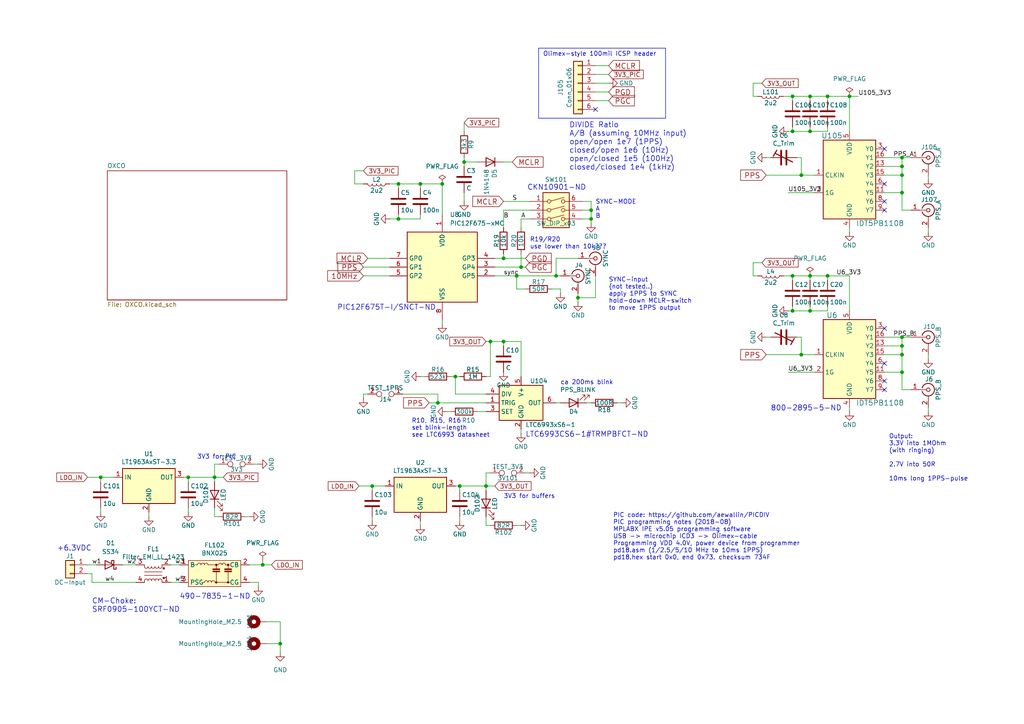
<source format=kicad_sch>
(kicad_sch (version 20231120) (generator "eeschema") (generator_version "8.0")
  (paper "A4")
  (title_block (title "PICDIV - PPS-board - v4 AF") (date "2024-11-19") (rev "2024-11") (company "anders.e.e.wallin \"at\" gmail.com") (comment 1 "2018-08-01 first proto-boards order") (comment 2 "2018-08 revision based on first protoboard, second protoboard run") (comment 3 "2019-01 version3 design, publish on github"))
  (junction (at 229.87 27.94))
  (junction (at 229.87 90.17))
  (junction (at 229.87 80.01))
  (junction (at 229.87 38.1))
  (junction (at 149.86 80.01))
  (junction (at 171.45 63.5))
  (junction (at 246.38 27.94))
  (junction (at 121.92 53.34))
  (junction (at 142.24 99.06))
  (junction (at 234.95 27.94))
  (junction (at 167.64 86.36))
  (junction (at 261.62 102.87))
  (junction (at 146.05 99.06))
  (junction (at 234.95 90.17))
  (junction (at 232.41 50.8))
  (junction (at 234.95 38.1))
  (junction (at 134.62 46.99))
  (junction (at 132.08 109.22))
  (junction (at 62.23 138.43))
  (junction (at 81.28 186.69))
  (junction (at 128.27 53.34))
  (junction (at 140.97 140.97))
  (junction (at 76.2 163.83))
  (junction (at 261.62 48.26))
  (junction (at 151.13 77.47))
  (junction (at 240.03 80.01))
  (junction (at 54.61 138.43))
  (junction (at 232.41 102.87))
  (junction (at 261.62 97.79))
  (junction (at 107.95 140.97))
  (junction (at 29.21 138.43))
  (junction (at 161.29 80.01))
  (junction (at 261.62 50.8))
  (junction (at 127 116.84))
  (junction (at 115.57 63.5))
  (junction (at 171.45 60.96))
  (junction (at 146.05 74.93))
  (junction (at 234.95 80.01))
  (junction (at 240.03 27.94))
  (junction (at 133.35 140.97))
  (junction (at 261.62 45.72))
  (junction (at 261.62 100.33))
  (junction (at 261.62 55.88))
  (junction (at 261.62 107.95))
  (junction (at 115.57 53.34))
  (no_connect (at 256.54 53.34))
  (no_connect (at 256.54 58.42))
  (no_connect (at 256.54 43.18))
  (no_connect (at 172.72 31.75))
  (no_connect (at 256.54 113.03))
  (no_connect (at 256.54 95.25))
  (no_connect (at 256.54 105.41))
  (no_connect (at 256.54 110.49))
  (no_connect (at 256.54 60.96))
  (wire (pts (xy 234.95 36.83) (xy 234.95 38.1)))
  (wire (pts (xy 161.29 80.01) (xy 149.86 80.01)))
  (wire (pts (xy 176.53 21.59) (xy 172.72 21.59)))
  (wire (pts (xy 81.28 180.34) (xy 81.28 186.69)))
  (wire (pts (xy 256.54 45.72) (xy 261.62 45.72)))
  (wire (pts (xy 76.2 163.83) (xy 78.74 163.83)))
  (wire (pts (xy 171.45 63.5) (xy 171.45 64.77)))
  (wire (pts (xy 151.13 125.73) (xy 151.13 124.46)))
  (wire (pts (xy 176.53 19.05) (xy 172.72 19.05)))
  (wire (pts (xy 240.03 90.17) (xy 240.03 88.9)))
  (polyline (pts (xy 156.21 13.97) (xy 193.04 13.97)))
  (wire (pts (xy 171.45 116.84) (xy 170.18 116.84)))
  (wire (pts (xy 140.97 99.06) (xy 142.24 99.06)))
  (wire (pts (xy 261.62 55.88) (xy 261.62 50.8)))
  (wire (pts (xy 148.59 46.99) (xy 146.05 46.99)))
  (wire (pts (xy 140.97 119.38) (xy 138.43 119.38)))
  (wire (pts (xy 33.02 138.43) (xy 29.21 138.43)))
  (wire (pts (xy 162.56 83.82) (xy 160.02 83.82)))
  (wire (pts (xy 261.62 60.96) (xy 261.62 55.88)))
  (wire (pts (xy 152.4 74.93) (xy 146.05 74.93)))
  (wire (pts (xy 151.13 109.22) (xy 151.13 99.06)))
  (wire (pts (xy 234.95 38.1) (xy 240.03 38.1)))
  (wire (pts (xy 261.62 45.72) (xy 264.16 45.72)))
  (wire (pts (xy 52.07 168.91) (xy 49.53 168.91)))
  (wire (pts (xy 264.16 60.96) (xy 261.62 60.96)))
  (wire (pts (xy 228.6 90.17) (xy 229.87 90.17)))
  (wire (pts (xy 246.38 119.38) (xy 246.38 118.11)))
  (wire (pts (xy 223.52 97.79) (xy 222.25 97.79)))
  (wire (pts (xy 39.37 163.83) (xy 35.56 163.83)))
  (wire (pts (xy 256.54 107.95) (xy 261.62 107.95)))
  (polyline (pts (xy 193.04 13.97) (xy 193.04 34.29)))
  (wire (pts (xy 25.4 163.83) (xy 27.94 163.83)))
  (wire (pts (xy 143.51 77.47) (xy 151.13 77.47)))
  (wire (pts (xy 261.62 107.95) (xy 261.62 102.87)))
  (wire (pts (xy 229.87 36.83) (xy 229.87 38.1)))
  (wire (pts (xy 246.38 80.01) (xy 240.03 80.01)))
  (wire (pts (xy 134.62 45.72) (xy 134.62 46.99)))
  (wire (pts (xy 128.27 93.98) (xy 128.27 92.71)))
  (wire (pts (xy 240.03 80.01) (xy 234.95 80.01)))
  (wire (pts (xy 140.97 140.97) (xy 140.97 142.24)))
  (wire (pts (xy 151.13 152.4) (xy 149.86 152.4)))
  (wire (pts (xy 113.03 77.47) (xy 105.41 77.47)))
  (wire (pts (xy 121.92 62.23) (xy 121.92 63.5)))
  (wire (pts (xy 168.91 58.42) (xy 171.45 58.42)))
  (wire (pts (xy 246.38 27.94) (xy 248.92 27.94)))
  (wire (pts (xy 246.38 27.94) (xy 240.03 27.94)))
  (wire (pts (xy 142.24 109.22) (xy 140.97 109.22)))
  (wire (pts (xy 138.43 46.99) (xy 134.62 46.99)))
  (wire (pts (xy 261.62 102.87) (xy 261.62 100.33)))
  (wire (pts (xy 26.67 166.37) (xy 25.4 166.37)))
  (wire (pts (xy 229.87 81.28) (xy 229.87 80.01)))
  (wire (pts (xy 229.87 90.17) (xy 234.95 90.17)))
  (wire (pts (xy 102.87 53.34) (xy 105.41 53.34)))
  (wire (pts (xy 140.97 116.84) (xy 127 116.84)))
  (wire (pts (xy 232.41 102.87) (xy 222.25 102.87)))
  (wire (pts (xy 231.14 45.72) (xy 232.41 45.72)))
  (wire (pts (xy 161.29 74.93) (xy 161.29 80.01)))
  (wire (pts (xy 72.39 168.91) (xy 74.93 168.91)))
  (wire (pts (xy 54.61 138.43) (xy 54.61 139.7)))
  (wire (pts (xy 54.61 138.43) (xy 62.23 138.43)))
  (wire (pts (xy 149.86 80.01) (xy 143.51 80.01)))
  (wire (pts (xy 72.39 149.86) (xy 71.12 149.86)))
  (wire (pts (xy 149.86 83.82) (xy 149.86 80.01)))
  (wire (pts (xy 142.24 99.06) (xy 146.05 99.06)))
  (wire (pts (xy 143.51 74.93) (xy 146.05 74.93)))
  (wire (pts (xy 151.13 99.06) (xy 146.05 99.06)))
  (wire (pts (xy 132.08 109.22) (xy 130.81 109.22)))
  (wire (pts (xy 232.41 50.8) (xy 222.25 50.8)))
  (wire (pts (xy 153.67 63.5) (xy 151.13 63.5)))
  (polyline (pts (xy 156.21 34.29) (xy 156.21 13.97)))
  (wire (pts (xy 142.24 99.06) (xy 142.24 109.22)))
  (wire (pts (xy 220.98 24.13) (xy 218.44 24.13)))
  (wire (pts (xy 113.03 74.93) (xy 106.68 74.93)))
  (wire (pts (xy 102.87 49.53) (xy 102.87 53.34)))
  (wire (pts (xy 261.62 100.33) (xy 261.62 97.79)))
  (wire (pts (xy 76.2 162.56) (xy 76.2 163.83)))
  (wire (pts (xy 140.97 137.16) (xy 140.97 140.97)))
  (wire (pts (xy 261.62 48.26) (xy 261.62 45.72)))
  (wire (pts (xy 256.54 50.8) (xy 261.62 50.8)))
  (wire (pts (xy 143.51 140.97) (xy 140.97 140.97)))
  (wire (pts (xy 229.87 88.9) (xy 229.87 90.17)))
  (wire (pts (xy 133.35 151.13) (xy 133.35 149.86)))
  (wire (pts (xy 121.92 63.5) (xy 115.57 63.5)))
  (wire (pts (xy 121.92 152.4) (xy 121.92 151.13)))
  (wire (pts (xy 105.41 114.3) (xy 105.41 115.57)))
  (wire (pts (xy 63.5 134.62) (xy 62.23 134.62)))
  (wire (pts (xy 127 114.3) (xy 127 116.84)))
  (wire (pts (xy 153.67 58.42) (xy 146.05 58.42)))
  (wire (pts (xy 146.05 74.93) (xy 146.05 73.66)))
  (wire (pts (xy 107.95 142.24) (xy 107.95 140.97)))
  (wire (pts (xy 264.16 113.03) (xy 261.62 113.03)))
  (wire (pts (xy 107.95 151.13) (xy 107.95 149.86)))
  (wire (pts (xy 26.67 168.91) (xy 26.67 166.37)))
  (wire (pts (xy 116.84 114.3) (xy 127 114.3)))
  (wire (pts (xy 73.66 134.62) (xy 74.93 134.62)))
  (wire (pts (xy 256.54 100.33) (xy 261.62 100.33)))
  (wire (pts (xy 246.38 67.31) (xy 246.38 66.04)))
  (wire (pts (xy 261.62 97.79) (xy 264.16 97.79)))
  (wire (pts (xy 256.54 97.79) (xy 261.62 97.79)))
  (wire (pts (xy 168.91 60.96) (xy 171.45 60.96)))
  (wire (pts (xy 77.47 186.69) (xy 81.28 186.69)))
  (wire (pts (xy 246.38 38.1) (xy 246.38 27.94)))
  (wire (pts (xy 167.64 86.36) (xy 167.64 87.63)))
  (wire (pts (xy 130.81 119.38) (xy 129.54 119.38)))
  (wire (pts (xy 229.87 38.1) (xy 234.95 38.1)))
  (wire (pts (xy 232.41 45.72) (xy 232.41 50.8)))
  (wire (pts (xy 133.35 140.97) (xy 140.97 140.97)))
  (wire (pts (xy 127 116.84) (xy 124.46 116.84)))
  (wire (pts (xy 234.95 88.9) (xy 234.95 90.17)))
  (wire (pts (xy 269.24 52.07) (xy 269.24 50.8)))
  (wire (pts (xy 234.95 81.28) (xy 234.95 80.01)))
  (wire (pts (xy 153.67 60.96) (xy 146.05 60.96)))
  (wire (pts (xy 269.24 104.14) (xy 269.24 102.87)))
  (wire (pts (xy 229.87 29.21) (xy 229.87 27.94)))
  (wire (pts (xy 240.03 27.94) (xy 234.95 27.94)))
  (wire (pts (xy 176.53 29.21) (xy 172.72 29.21)))
  (wire (pts (xy 234.95 27.94) (xy 229.87 27.94)))
  (wire (pts (xy 152.4 77.47) (xy 151.13 77.47)))
  (wire (pts (xy 232.41 97.79) (xy 232.41 102.87)))
  (wire (pts (xy 113.03 53.34) (xy 115.57 53.34)))
  (wire (pts (xy 146.05 60.96) (xy 146.05 66.04)))
  (wire (pts (xy 29.21 139.7) (xy 29.21 138.43)))
  (wire (pts (xy 132.08 140.97) (xy 133.35 140.97)))
  (wire (pts (xy 29.21 148.59) (xy 29.21 147.32)))
  (wire (pts (xy 228.6 38.1) (xy 229.87 38.1)))
  (wire (pts (xy 115.57 53.34) (xy 121.92 53.34)))
  (wire (pts (xy 256.54 48.26) (xy 261.62 48.26)))
  (wire (pts (xy 132.08 114.3) (xy 140.97 114.3)))
  (wire (pts (xy 220.98 76.2) (xy 218.44 76.2)))
  (wire (pts (xy 146.05 99.06) (xy 146.05 100.33)))
  (wire (pts (xy 151.13 63.5) (xy 151.13 66.04)))
  (wire (pts (xy 133.35 140.97) (xy 133.35 142.24)))
  (wire (pts (xy 64.77 138.43) (xy 62.23 138.43)))
  (wire (pts (xy 134.62 58.42) (xy 134.62 55.88)))
  (wire (pts (xy 223.52 45.72) (xy 222.25 45.72)))
  (wire (pts (xy 234.95 80.01) (xy 229.87 80.01)))
  (wire (pts (xy 218.44 76.2) (xy 218.44 80.01)))
  (wire (pts (xy 115.57 63.5) (xy 113.03 63.5)))
  (wire (pts (xy 234.95 29.21) (xy 234.95 27.94)))
  (wire (pts (xy 121.92 54.61) (xy 121.92 53.34)))
  (wire (pts (xy 29.21 138.43) (xy 25.4 138.43)))
  (wire (pts (xy 229.87 80.01) (xy 227.33 80.01)))
  (wire (pts (xy 128.27 53.34) (xy 128.27 62.23)))
  (wire (pts (xy 123.19 109.22) (xy 121.92 109.22)))
  (wire (pts (xy 62.23 138.43) (xy 62.23 139.7)))
  (wire (pts (xy 140.97 152.4) (xy 142.24 152.4)))
  (wire (pts (xy 62.23 149.86) (xy 63.5 149.86)))
  (wire (pts (xy 162.56 80.01) (xy 161.29 80.01)))
  (wire (pts (xy 151.13 77.47) (xy 151.13 73.66)))
  (wire (pts (xy 52.07 163.83) (xy 49.53 163.83)))
  (wire (pts (xy 39.37 168.91) (xy 26.67 168.91)))
  (wire (pts (xy 234.95 90.17) (xy 240.03 90.17)))
  (wire (pts (xy 219.71 27.94) (xy 218.44 27.94)))
  (wire (pts (xy 180.34 116.84) (xy 179.07 116.84)))
  (wire (pts (xy 140.97 149.86) (xy 140.97 152.4)))
  (wire (pts (xy 219.71 80.01) (xy 218.44 80.01)))
  (wire (pts (xy 132.08 109.22) (xy 132.08 114.3)))
  (wire (pts (xy 168.91 63.5) (xy 171.45 63.5)))
  (wire (pts (xy 152.4 83.82) (xy 149.86 83.82)))
  (wire (pts (xy 229.87 27.94) (xy 227.33 27.94)))
  (wire (pts (xy 115.57 54.61) (xy 115.57 53.34)))
  (wire (pts (xy 133.35 109.22) (xy 132.08 109.22)))
  (wire (pts (xy 269.24 67.31) (xy 269.24 66.04)))
  (wire (pts (xy 54.61 148.59) (xy 54.61 147.32)))
  (wire (pts (xy 134.62 46.99) (xy 134.62 48.26)))
  (wire (pts (xy 107.95 140.97) (xy 104.14 140.97)))
  (wire (pts (xy 113.03 80.01) (xy 105.41 80.01)))
  (wire (pts (xy 105.41 49.53) (xy 102.87 49.53)))
  (wire (pts (xy 72.39 163.83) (xy 76.2 163.83)))
  (wire (pts (xy 62.23 134.62) (xy 62.23 138.43)))
  (wire (pts (xy 231.14 97.79) (xy 232.41 97.79)))
  (wire (pts (xy 162.56 85.09) (xy 162.56 83.82)))
  (wire (pts (xy 236.22 102.87) (xy 232.41 102.87)))
  (wire (pts (xy 121.92 53.34) (xy 128.27 53.34)))
  (wire (pts (xy 167.64 85.09) (xy 167.64 86.36)))
  (wire (pts (xy 240.03 80.01) (xy 240.03 81.28)))
  (wire (pts (xy 134.62 38.1) (xy 134.62 35.56)))
  (wire (pts (xy 269.24 119.38) (xy 269.24 118.11)))
  (wire (pts (xy 77.47 180.34) (xy 81.28 180.34)))
  (wire (pts (xy 162.56 116.84) (xy 161.29 116.84)))
  (wire (pts (xy 256.54 55.88) (xy 261.62 55.88)))
  (wire (pts (xy 246.38 90.17) (xy 246.38 80.01)))
  (wire (pts (xy 62.23 147.32) (xy 62.23 149.86)))
  (wire (pts (xy 261.62 113.03) (xy 261.62 107.95)))
  (wire (pts (xy 152.4 137.16) (xy 153.67 137.16)))
  (wire (pts (xy 115.57 62.23) (xy 115.57 63.5)))
  (wire (pts (xy 161.29 74.93) (xy 167.64 74.93)))
  (wire (pts (xy 142.24 137.16) (xy 140.97 137.16)))
  (wire (pts (xy 236.22 50.8) (xy 232.41 50.8)))
  (wire (pts (xy 74.93 168.91) (xy 74.93 170.18)))
  (wire (pts (xy 53.34 138.43) (xy 54.61 138.43)))
  (wire (pts (xy 81.28 186.69) (xy 81.28 189.23)))
  (wire (pts (xy 176.53 26.67) (xy 172.72 26.67)))
  (wire (pts (xy 43.18 149.86) (xy 43.18 148.59)))
  (polyline (pts (xy 193.04 34.29) (xy 156.21 34.29)))
  (wire (pts (xy 256.54 102.87) (xy 261.62 102.87)))
  (wire (pts (xy 171.45 60.96) (xy 171.45 63.5)))
  (wire (pts (xy 236.22 55.88) (xy 228.6 55.88)))
  (wire (pts (xy 106.68 114.3) (xy 105.41 114.3)))
  (wire (pts (xy 240.03 38.1) (xy 240.03 36.83)))
  (wire (pts (xy 176.53 24.13) (xy 172.72 24.13)))
  (wire (pts (xy 111.76 140.97) (xy 107.95 140.97)))
  (wire (pts (xy 240.03 27.94) (xy 240.03 29.21)))
  (wire (pts (xy 218.44 24.13) (xy 218.44 27.94)))
  (wire (pts (xy 236.22 107.95) (xy 228.6 107.95)))
  (wire (pts (xy 172.72 80.01) (xy 172.72 86.36)))
  (wire (pts (xy 261.62 50.8) (xy 261.62 48.26)))
  (wire (pts (xy 171.45 58.42) (xy 171.45 60.96)))
  (wire (pts (xy 172.72 86.36) (xy 167.64 86.36)))
  (text "PIC code: https://github.com/aewallin/PICDIV\nPIC programming notes (2018-08)\nMPLABX IPE v5.05 programming software\nUSB -> microchip ICD3 -> Olimex-cable\nProgramming VDD 4.0V, power device from programmer\npd18.asm (1/2.5/5/10 MHz to 10ms 1PPS)\npd18.hex start 0x0, end 0x73. checksum 734F\n" (at 177.8 162.56 0) (effects (font (size 1.27 1.27)) (justify left bottom)))
  (text "+6.3VDC" (at 16.51 160.02 0) (effects (font (size 1.524 1.524)) (justify left bottom)))
  (text "DIVIDE Ratio\nA/B (assuming 10MHz input)\nopen/open 1e7 (1PPS)\nclosed/open 1e6 (10Hz)\nopen/closed 1e5 (100Hz)\nclosed/closed 1e4 (1kHz)\n" (at 165.1 49.53 0) (effects (font (size 1.524 1.524)) (justify left bottom)))
  (text "Output:\n3.3V into 1MOhm \n(with ringing)\n\n2.7V into 50R\n\n10ms long 1PPS-pulse" (at 257.81 139.7 0) (effects (font (size 1.27 1.27)) (justify left bottom)))
  (text "ca 200ms blink" (at 162.56 111.76 0) (effects (font (size 1.27 1.27)) (justify left bottom)))
  (text "SYNC-MODE\nA\nB" (at 172.72 63.5 0) (effects (font (size 1.27 1.27)) (justify left bottom)))
  (text "R10, R15, R16\nset blink-length\nsee LTC6993 datasheet" (at 119.38 127 0) (effects (font (size 1.27 1.27)) (justify left bottom)))
  (text "LTC6993CS6-1#TRMPBFCT-ND" (at 152.4 127 0) (effects (font (size 1.524 1.524)) (justify left bottom)))
  (text "CKN10901-ND " (at 152.908 55.372 0) (effects (font (size 1.524 1.524)) (justify left bottom)))
  (text "3V3 for buffers" (at 146.05 144.78 0) (effects (font (size 1.27 1.27)) (justify left bottom)))
  (text "CM-Choke:\nSRF0905-100YCT-ND " (at 26.67 177.8 0) (effects (font (size 1.524 1.524)) (justify left bottom)))
  (text "490-7835-1-ND" (at 52.07 173.99 0) (effects (font (size 1.524 1.524)) (justify left bottom)))
  (text "Olimex-style 100mil ICSP header" (at 157.48 16.51 0) (effects (font (size 1.27 1.27)) (justify left bottom)))
  (text "R19/R20\nuse lower than 10k???" (at 153.67 72.39 0) (effects (font (size 1.27 1.27)) (justify left bottom)))
  (text "800-2895-5-ND" (at 223.52 119.38 0) (effects (font (size 1.524 1.524)) (justify left bottom)))
  (text "3V3 for PIC" (at 57.15 133.35 0) (effects (font (size 1.27 1.27)) (justify left bottom)))
  (text "PIC12F675T-I/SNCT-ND" (at 97.79 90.17 0) (effects (font (size 1.524 1.524)) (justify left bottom)))
  (text "SYNC-input\n(not tested..)\napply 1PPS to SYNC\nhold-down MCLR-switch\nto move 1PPS output" (at 176.53 90.17 0) (effects (font (size 1.27 1.27)) (justify left bottom)))
  (label "PPS_B" (at 259.08 97.79 0))
  (label "U6_3V3" (at 242.57 80.01 0))
  (label "B" (at 146.05 63.5 0))
  (label "w1" (at 26.67 163.83 0))
  (label "U6_3V3" (at 228.6 107.95 0))
  (label "sync" (at 146.05 80.01 0))
  (label "PPS_A" (at 259.08 45.72 0))
  (label "w4" (at 30.48 168.91 0))
  (label "w3" (at 50.8 163.83 0))
  (label "S" (at 148.59 58.42 0))
  (label "A" (at 151.13 63.5 0))
  (label "w5" (at 50.8 168.91 0))
  (label "U105_3V3" (at 228.6 55.88 0))
  (label "w2" (at 36.83 163.83 0))
  (label "U105_3V3" (at 248.92 27.94 0))
  (global_label "3V3_PIC" (shape input) (at 105.41 49.53 0) (property "Intersheetrefs" "${INTERSHEET_REFS}" (effects (hide yes))))
  (global_label "3V3_PIC" (shape input) (at 64.77 138.43 0) (property "Intersheetrefs" "${INTERSHEET_REFS}" (effects (hide yes))))
  (global_label "PPS" (shape input) (at 105.41 77.47 180) (effects (font (size 1.524 1.524))) (property "Intersheetrefs" "${INTERSHEET_REFS}" (effects (hide yes))))
  (global_label "LDO_IN" (shape input) (at 78.74 163.83 0) (property "Intersheetrefs" "${INTERSHEET_REFS}" (effects (hide yes))))
  (global_label "3V3_OUT" (shape input) (at 143.51 140.97 0) (property "Intersheetrefs" "${INTERSHEET_REFS}" (effects (hide yes))))
  (global_label "3V3_PIC" (shape input) (at 134.62 35.56 0) (property "Intersheetrefs" "${INTERSHEET_REFS}" (effects (hide yes))))
  (global_label "PPS" (shape input) (at 222.25 50.8 180) (effects (font (size 1.524 1.524))) (property "Intersheetrefs" "${INTERSHEET_REFS}" (effects (hide yes))))
  (global_label "3V3_OUT" (shape input) (at 220.98 76.2 0) (property "Intersheetrefs" "${INTERSHEET_REFS}" (effects (hide yes))))
  (global_label "PPS" (shape input) (at 222.25 102.87 180) (effects (font (size 1.524 1.524))) (property "Intersheetrefs" "${INTERSHEET_REFS}" (effects (hide yes))))
  (global_label "PPS" (shape input) (at 124.46 116.84 180) (effects (font (size 1.524 1.524))) (property "Intersheetrefs" "${INTERSHEET_REFS}" (effects (hide yes))))
  (global_label "10MHz" (shape input) (at 105.41 80.01 180) (effects (font (size 1.524 1.524))) (property "Intersheetrefs" "${INTERSHEET_REFS}" (effects (hide yes))))
  (global_label "MCLR" (shape input) (at 146.05 58.42 180) (effects (font (size 1.524 1.524))) (property "Intersheetrefs" "${INTERSHEET_REFS}" (effects (hide yes))))
  (global_label "3V3_PIC" (shape input) (at 176.53 21.59 0) (property "Intersheetrefs" "${INTERSHEET_REFS}" (effects (hide yes))))
  (global_label "MCLR" (shape input) (at 148.59 46.99 0) (effects (font (size 1.524 1.524))) (property "Intersheetrefs" "${INTERSHEET_REFS}" (effects (hide yes))))
  (global_label "PGD" (shape input) (at 152.4 74.93 0) (effects (font (size 1.524 1.524))) (property "Intersheetrefs" "${INTERSHEET_REFS}" (effects (hide yes))))
  (global_label "3V3_OUT" (shape input) (at 220.98 24.13 0) (property "Intersheetrefs" "${INTERSHEET_REFS}" (effects (hide yes))))
  (global_label "PGC" (shape input) (at 176.53 29.21 0) (effects (font (size 1.524 1.524))) (property "Intersheetrefs" "${INTERSHEET_REFS}" (effects (hide yes))))
  (global_label "LDO_IN" (shape input) (at 25.4 138.43 180) (property "Intersheetrefs" "${INTERSHEET_REFS}" (effects (hide yes))))
  (global_label "PGC" (shape input) (at 152.4 77.47 0) (effects (font (size 1.524 1.524))) (property "Intersheetrefs" "${INTERSHEET_REFS}" (effects (hide yes))))
  (global_label "LDO_IN" (shape input) (at 104.14 140.97 180) (property "Intersheetrefs" "${INTERSHEET_REFS}" (effects (hide yes))))
  (global_label "PGD" (shape input) (at 176.53 26.67 0) (effects (font (size 1.524 1.524))) (property "Intersheetrefs" "${INTERSHEET_REFS}" (effects (hide yes))))
  (global_label "MCLR" (shape input) (at 106.68 74.93 180) (effects (font (size 1.524 1.524))) (property "Intersheetrefs" "${INTERSHEET_REFS}" (effects (hide yes))))
  (global_label "MCLR" (shape input) (at 176.53 19.05 0) (effects (font (size 1.524 1.524))) (property "Intersheetrefs" "${INTERSHEET_REFS}" (effects (hide yes))))
  (global_label "3V3_OUT" (shape input) (at 140.97 99.06 180) (property "Intersheetrefs" "${INTERSHEET_REFS}" (effects (hide yes))))
  (symbol (lib_id "Device:C") (at 121.92 58.42 0) (unit 1)
    (property "Reference" "C4" (at 122.555 55.88 0) (effects (justify left)))
    (property "Value" "100n" (at 122.555 60.96 0) (effects (justify left)))
    (property "Footprint" "Capacitor_SMD:C_0805_2012Metric" (effects (hide yes)))
    (property "Description" "Unpolarized capacitor" (effects (hide yes)))
  )
  (symbol (lib_id "Device:C") (at 115.57 58.42 0) (unit 1)
    (property "Reference" "C5" (at 116.205 55.88 0) (effects (justify left)))
    (property "Value" "10u" (at 116.205 60.96 0) (effects (justify left)))
    (property "Footprint" "Capacitor_SMD:C_0805_2012Metric" (effects (hide yes)))
    (property "Description" "Unpolarized capacitor" (effects (hide yes)))
  )
  (symbol (lib_id "Device:L") (at 109.22 53.34 270) (unit 1)
    (property "Reference" "L2" (at 109.22 52.07 90))
    (property "Value" "2u2" (at 109.22 55.245 90))
    (property "Footprint" "Inductor_SMD:L_0805_2012Metric" (effects (hide yes)))
    (property "Description" "Inductor" (effects (hide yes)))
  )
  (symbol (lib_id "Connector_Generic:Conn_01x02") (at 20.32 163.83 0) (mirror y) (unit 1) (exclude_from_sim yes)
    (property "Reference" "J1" (at 20.32 161.29 0))
    (property "Value" "DC-Input" (at 20.32 168.91 0))
    (property "Footprint" "Connectors_Terminal_Blocks:TerminalBlock_bornier-2_P5.08mm" (effects (hide yes)))
    (property "Description" "Generic connector, single row, 01x02, script generated (kicad-library-utils/schlib/autogen/connector/)" (effects (hide yes)))
  )
  (symbol (lib_id "power:GND") (at 74.93 170.18 0) (unit 1)
    (property "Reference" "#PWR011" (effects (hide yes)))
    (property "Value" "GND" (at 74.93 173.99 0))
    (property "Description" "Power symbol creates a global label with name \"GND\" , ground" (effects (hide yes)))
  )
  (symbol (lib_id "Device:R") (at 134.62 41.91 0) (unit 1)
    (property "Reference" "R9" (at 136.652 41.91 90))
    (property "Value" "3k3" (at 134.62 41.91 90))
    (property "Footprint" "Resistor_SMD:R_0805_2012Metric" (effects (hide yes)))
    (property "Description" "Resistor" (effects (hide yes)))
  )
  (symbol (lib_id "Device:C") (at 134.62 52.07 0) (unit 1)
    (property "Reference" "C3" (at 135.255 49.53 0) (effects (justify left)))
    (property "Value" "C" (at 135.255 54.61 0) (effects (justify left)))
    (property "Footprint" "Capacitor_SMD:C_0805_2012Metric" (effects (hide yes)))
    (property "Description" "Unpolarized capacitor" (effects (hide yes)))
  )
  (symbol (lib_id "power:GND") (at 134.62 58.42 0) (unit 1)
    (property "Reference" "#PWR019" (effects (hide yes)))
    (property "Value" "GND" (at 134.62 62.23 0))
    (property "Description" "Power symbol creates a global label with name \"GND\" , ground" (effects (hide yes)))
  )
  (symbol (lib_id "power:GND") (at 176.53 24.13 90) (unit 1)
    (property "Reference" "#PWR021" (effects (hide yes)))
    (property "Value" "GND" (at 181.61 24.13 90))
    (property "Description" "Power symbol creates a global label with name \"GND\" , ground" (effects (hide yes)))
  )
  (symbol (lib_id "Interface:5PB1108PGxx") (at 246.38 105.41 0) (unit 1) (exclude_from_sim yes)
    (property "Reference" "U6" (at 241.3 91.44 0) (effects (font (size 1.524 1.524))))
    (property "Value" "IDT5PB1108" (at 255.27 116.84 0) (effects (font (size 1.524 1.524))))
    (property "Footprint" "Package_SO:TSSOP-16_4.4x5mm_P0.65mm" (effects (hide yes)))
    (property "Datasheet" "https://www.renesas.com/us/en/document/dst/5pb11xx-family-datasheet" (effects (hide yes)))
    (property "Description" "1:8 LVCMOS High-Performance Clock Buffer, 1.8V to 3.3V, TSSOP-16" (effects (hide yes)))
    (property "LCSC" "C1511156" (effects (hide yes)))
  )
  (symbol (lib_id "Connector:Conn_Coaxial") (at 269.24 113.03 0) (unit 1) (exclude_from_sim yes)
    (property "Reference" "J6" (at 269.494 109.982 0))
    (property "Value" "PPS_B" (at 272.161 113.03 90))
    (property "Footprint" "Connector_Coaxial:SMA_Molex_73251-2200_Horizontal" (effects (hide yes)))
    (property "Description" "coaxial connector (BNC, SMA, SMB, SMC, Cinch/RCA, LEMO, ...)" (effects (hide yes)))
  )
  (symbol (lib_id "Device:L") (at 223.52 80.01 270) (unit 1)
    (property "Reference" "L4" (at 223.52 78.74 90))
    (property "Value" "2u2" (at 223.52 81.915 90))
    (property "Footprint" "Inductor_SMD:L_0805_2012Metric" (effects (hide yes)))
    (property "Description" "Inductor" (effects (hide yes)))
  )
  (symbol (lib_id "Device:C") (at 229.87 85.09 0) (unit 1)
    (property "Reference" "C12" (at 230.505 82.55 0) (effects (justify left)))
    (property "Value" "100n" (at 230.505 87.63 0) (effects (justify left)))
    (property "Footprint" "Capacitor_SMD:C_0805_2012Metric" (effects (hide yes)))
    (property "Description" "Unpolarized capacitor" (effects (hide yes)))
  )
  (symbol (lib_id "Device:C") (at 234.95 85.09 0) (unit 1)
    (property "Reference" "C17" (at 235.585 82.55 0) (effects (justify left)))
    (property "Value" "100n" (at 235.585 87.63 0) (effects (justify left)))
    (property "Footprint" "Capacitor_SMD:C_0805_2012Metric" (effects (hide yes)))
    (property "Description" "Unpolarized capacitor" (effects (hide yes)))
  )
  (symbol (lib_id "Device:C") (at 240.03 85.09 0) (unit 1)
    (property "Reference" "C20" (at 240.665 82.55 0) (effects (justify left)))
    (property "Value" "100n" (at 240.665 87.63 0) (effects (justify left)))
    (property "Footprint" "Capacitor_SMD:C_0805_2012Metric" (effects (hide yes)))
    (property "Description" "Unpolarized capacitor" (effects (hide yes)))
  )
  (symbol (lib_id "power:GND") (at 269.24 119.38 0) (unit 1)
    (property "Reference" "#PWR023" (effects (hide yes)))
    (property "Value" "GND" (at 269.24 123.19 0))
    (property "Description" "Power symbol creates a global label with name \"GND\" , ground" (effects (hide yes)))
  )
  (symbol (lib_id "power:GND") (at 246.38 119.38 0) (unit 1)
    (property "Reference" "#PWR024" (effects (hide yes)))
    (property "Value" "GND" (at 246.38 123.19 0))
    (property "Description" "Power symbol creates a global label with name \"GND\" , ground" (effects (hide yes)))
  )
  (symbol (lib_id "power:GND") (at 222.25 97.79 270) (unit 1)
    (property "Reference" "#PWR031" (effects (hide yes)))
    (property "Value" "GND" (at 218.44 97.79 0))
    (property "Description" "Power symbol creates a global label with name \"GND\" , ground" (effects (hide yes)))
  )
  (symbol (lib_id "Device:LED") (at 166.37 116.84 180) (unit 1) (exclude_from_sim yes)
    (property "Reference" "D4" (at 166.37 119.38 0))
    (property "Value" "PPS_BLINK" (at 167.64 113.03 0))
    (property "Footprint" "LED_SMD:LED_0805_2012Metric" (effects (hide yes)))
    (property "Description" "Light emitting diode" (effects (hide yes)))
  )
  (symbol (lib_id "Device:R") (at 175.26 116.84 270) (unit 1)
    (property "Reference" "R18" (at 175.26 118.872 90))
    (property "Value" "100R" (at 175.26 116.84 90))
    (property "Footprint" "Resistor_SMD:R_0805_2012Metric" (effects (hide yes)))
    (property "Description" "Resistor" (effects (hide yes)))
  )
  (symbol (lib_id "power:GND") (at 180.34 116.84 90) (unit 1)
    (property "Reference" "#PWR033" (effects (hide yes)))
    (property "Value" "GND" (at 184.15 116.84 0))
    (property "Description" "Power symbol creates a global label with name \"GND\" , ground" (effects (hide yes)))
  )
  (symbol (lib_id "Device:R") (at 137.16 109.22 90) (unit 1)
    (property "Reference" "R15" (at 137.16 107.188 90))
    (property "Value" "1M" (at 137.16 109.22 90))
    (property "Footprint" "Resistor_SMD:R_0805_2012Metric" (effects (hide yes)))
    (property "Description" "Resistor" (effects (hide yes)))
  )
  (symbol (lib_id "Device:R") (at 127 109.22 90) (unit 1)
    (property "Reference" "R16" (at 127 107.188 90))
    (property "Value" "523k" (at 127 109.22 90))
    (property "Footprint" "Resistor_SMD:R_0805_2012Metric" (effects (hide yes)))
    (property "Description" "Resistor" (effects (hide yes)))
  )
  (symbol (lib_id "Device:R") (at 134.62 119.38 90) (unit 1)
    (property "Reference" "R10" (at 135.89 121.92 90))
    (property "Value" "300k" (at 134.62 119.38 90))
    (property "Footprint" "Resistor_SMD:R_0805_2012Metric" (effects (hide yes)))
    (property "Description" "Resistor" (effects (hide yes)))
  )
  (symbol (lib_id "power:GND") (at 129.54 119.38 270) (unit 1)
    (property "Reference" "#PWR034" (effects (hide yes)))
    (property "Value" "GND" (at 125.73 119.38 0))
    (property "Description" "Power symbol creates a global label with name \"GND\" , ground" (effects (hide yes)))
  )
  (symbol (lib_id "Device:C") (at 146.05 104.14 0) (unit 1)
    (property "Reference" "C10" (at 146.685 101.6 0) (effects (justify left)))
    (property "Value" "C" (at 146.685 106.68 0) (effects (justify left)))
    (property "Footprint" "Capacitor_SMD:C_0805_2012Metric" (effects (hide yes)))
    (property "Description" "Unpolarized capacitor" (effects (hide yes)))
  )
  (symbol (lib_id "power:GND") (at 146.05 107.95 0) (unit 1)
    (property "Reference" "#PWR037" (effects (hide yes)))
    (property "Value" "GND" (at 146.05 111.76 0))
    (property "Description" "Power symbol creates a global label with name \"GND\" , ground" (effects (hide yes)))
  )
  (symbol (lib_id "power:GND") (at 151.13 125.73 0) (unit 1)
    (property "Reference" "#PWR038" (effects (hide yes)))
    (property "Value" "GND" (at 151.13 129.54 0))
    (property "Description" "Power symbol creates a global label with name \"GND\" , ground" (effects (hide yes)))
  )
  (symbol (lib_id "Connector:Conn_Coaxial") (at 269.24 97.79 0) (unit 1) (exclude_from_sim yes)
    (property "Reference" "J10" (at 269.494 94.742 0))
    (property "Value" "PPS_B" (at 272.161 97.79 90))
    (property "Footprint" "Connector_Coaxial:BNC_Amphenol_B6252HB-NPP3G-50_Horizontal" (effects (hide yes)))
    (property "Description" "coaxial connector (BNC, SMA, SMB, SMC, Cinch/RCA, LEMO, ...)" (effects (hide yes)))
  )
  (symbol (lib_id "Connector:Conn_Coaxial") (at 172.72 74.93 0) (unit 1) (exclude_from_sim yes)
    (property "Reference" "J8" (at 172.974 71.882 0))
    (property "Value" "SYNC" (at 175.641 74.93 90))
    (property "Footprint" "Connector_Coaxial:BNC_Amphenol_B6252HB-NPP3G-50_Horizontal" (effects (hide yes)))
    (property "Description" "coaxial connector (BNC, SMA, SMB, SMC, Cinch/RCA, LEMO, ...)" (effects (hide yes)))
  )
  (symbol (lib_id "Connector:TestPoint_2Pole") (at 68.58 134.62 0) (mirror x) (unit 1) (exclude_from_sim yes)
    (property "Reference" "3V3" (at 68.58 136.144 0))
    (property "Value" "TEST_3V3" (at 68.58 132.842 0))
    (property "Footprint" "TestPoint:TestPoint_2Pads_Pitch2.54mm_Drill0.8mm" (effects (hide yes)))
    (property "Description" "2-polar test point" (effects (hide yes)))
  )
  (symbol (lib_id "Connector:TestPoint_2Pole") (at 111.76 114.3 180) (unit 1) (exclude_from_sim yes)
    (property "Reference" "J14" (at 111.76 115.824 0))
    (property "Value" "TEST_1PPS" (at 111.76 112.522 0))
    (property "Footprint" "TestPoint:TestPoint_2Pads_Pitch2.54mm_Drill0.8mm" (effects (hide yes)))
    (property "Description" "2-polar test point" (effects (hide yes)))
  )
  (symbol (lib_id "Switch:SW_DIP_x03") (at 161.29 60.96 0) (unit 1) (exclude_from_sim yes)
    (property "Reference" "SW101" (at 161.29 52.07 0))
    (property "Value" "SW_DIP_x03" (at 161.29 64.77 0))
    (property "Footprint" "Button_Switch_SMD:SW_DIP_SPSTx03_Slide_6.7x9.18mm_W8.61mm_P2.54mm_LowProfile" (effects (hide yes)))
    (property "Description" "3x DIP Switch, Single Pole Single Throw (SPST) switch, small symbol" (effects (hide yes)))
  )
  (symbol (lib_id "Connector:Conn_Coaxial") (at 167.64 80.01 0) (unit 1) (exclude_from_sim yes)
    (property "Reference" "J4" (at 167.894 76.962 0))
    (property "Value" "SYNC" (at 170.561 80.01 90))
    (property "Footprint" "Connector_Coaxial:SMA_Molex_73251-2200_Horizontal" (effects (hide yes)))
    (property "Description" "coaxial connector (BNC, SMA, SMB, SMC, Cinch/RCA, LEMO, ...)" (effects (hide yes)))
  )
  (symbol (lib_id "Device:R") (at 156.21 83.82 90) (unit 1)
    (property "Reference" "R17" (at 156.21 81.788 90))
    (property "Value" "50R" (at 156.21 83.82 90))
    (property "Footprint" "Resistor_SMD:R_0805_2012Metric" (effects (hide yes)))
    (property "Description" "Resistor" (effects (hide yes)))
  )
  (symbol (lib_id "power:GND") (at 162.56 85.09 0) (unit 1)
    (property "Reference" "#PWR045" (effects (hide yes)))
    (property "Value" "GND" (at 162.56 88.9 0))
    (property "Description" "Power symbol creates a global label with name \"GND\" , ground" (effects (hide yes)))
  )
  (symbol (lib_id "power:GND") (at 167.64 87.63 0) (unit 1)
    (property "Reference" "#PWR046" (effects (hide yes)))
    (property "Value" "GND" (at 167.64 91.44 0))
    (property "Description" "Power symbol creates a global label with name \"GND\" , ground" (effects (hide yes)))
  )
  (symbol (lib_id "power:GND") (at 171.45 64.77 0) (unit 1)
    (property "Reference" "#PWR047" (effects (hide yes)))
    (property "Value" "GND" (at 171.45 68.58 0))
    (property "Description" "Power symbol creates a global label with name \"GND\" , ground" (effects (hide yes)))
  )
  (symbol (lib_id "Mechanical:MountingHole_Pad") (at 74.93 180.34 90) (unit 1) (exclude_from_sim yes)
    (property "Reference" "J101" (at 72.39 180.34 0))
    (property "Value" "MountingHole_M2.5" (at 60.96 180.34 90))
    (property "Footprint" "MountingHole:MountingHole_2.7mm_M2.5_DIN965_Pad" (effects (hide yes)))
    (property "Description" "Mounting Hole with connection" (effects (hide yes)))
  )
  (symbol (lib_id "Device:R") (at 146.05 69.85 180) (unit 1)
    (property "Reference" "R19" (at 144.018 69.85 90))
    (property "Value" "10k" (at 146.05 69.85 90))
    (property "Footprint" "Resistor_SMD:R_0805_2012Metric" (effects (hide yes)))
    (property "Description" "Resistor" (effects (hide yes)))
  )
  (symbol (lib_id "Device:R") (at 151.13 69.85 180) (unit 1)
    (property "Reference" "R20" (at 149.098 69.85 90))
    (property "Value" "10k" (at 151.13 69.85 90))
    (property "Footprint" "Resistor_SMD:R_0805_2012Metric" (effects (hide yes)))
    (property "Description" "Resistor" (effects (hide yes)))
  )
  (symbol (lib_id "Device:D") (at 142.24 46.99 180) (unit 1) (exclude_from_sim yes)
    (property "Reference" "D5" (at 143.4084 48.9966 90) (effects (justify left)))
    (property "Value" "1N4148" (at 141.097 48.9966 90) (effects (justify left)))
    (property "Footprint" "Diodes_SMD:D_SOD-123" (effects (hide yes)))
    (property "Description" "Diode" (effects (hide yes)))
    (property "Sim.Device" "D" (effects (hide yes)))
    (property "Sim.Pins" "1=K 2=A" (effects (hide yes)))
  )
  (symbol (lib_id "Connector_Generic:Conn_01x06") (at 167.64 24.13 0) (mirror y) (unit 1) (exclude_from_sim yes)
    (property "Reference" "J105" (at 162.56 25.4 90))
    (property "Value" "Conn_01x06" (at 165.1 25.4 90))
    (property "Footprint" "Connector_PinHeader_2.54mm:PinHeader_1x06_P2.54mm_Vertical" (effects (hide yes)))
    (property "Description" "Generic connector, single row, 01x06, script generated (kicad-library-utils/schlib/autogen/connector/)" (effects (hide yes)))
  )
  (symbol (lib_id "Mechanical:MountingHole_Pad") (at 74.93 186.69 90) (unit 1) (exclude_from_sim yes)
    (property "Reference" "J104" (at 72.39 186.69 0))
    (property "Value" "MountingHole_M2.5" (at 60.96 186.69 90))
    (property "Footprint" "MountingHole:MountingHole_2.7mm_M2.5_DIN965_Pad" (effects (hide yes)))
    (property "Description" "Mounting Hole with connection" (effects (hide yes)))
  )
  (symbol (lib_id "Filter:BNX025") (at 62.23 166.37 0) (unit 1) (exclude_from_sim yes)
    (property "Reference" "FL102" (at 62.23 158.115 0))
    (property "Value" "BNX025" (at 62.23 160.4264 0))
    (property "Footprint" "Filter:Filter_Murata_BNX025" (effects (hide yes)))
    (property "Datasheet" "https://www.murata.com/en-us/products/productdetail.aspx?cate=luNoiseSupprFilteBlockType&partno=BNX025H01%23" (effects (hide yes)))
    (property "Description" "EMI Filter SMD, Murata BNX025" (effects (hide yes)))
    (property "MPN" "BNX025H01L" (effects (hide yes)))
    (property "LCSC" "C127891" (effects (hide yes)))
  )
  (symbol (lib_id "Timer:LTC6993xS6-1") (at 151.13 116.84 0) (unit 1) (exclude_from_sim yes)
    (property "Reference" "U104" (at 153.67 110.49 0) (effects (justify left)))
    (property "Value" "LTC6993xS6-1" (at 152.4 123.19 0) (effects (justify left)))
    (property "Footprint" "Package_TO_SOT_SMD:TSOT-23-6" (effects (hide yes)))
    (property "Datasheet" "https://www.analog.com/media/en/technical-documentation/data-sheets/69931234fc.pdf" (effects (hide yes)))
    (property "Description" "TimerBlox Monostable Pulse Generator (One Shot), Rising-edge input, non-retriggerable, TSOT-23-6" (effects (hide yes)))
  )
  (symbol (lib_id "power:GND") (at 269.24 104.14 0) (unit 1)
    (property "Reference" "#PWR0102" (effects (hide yes)))
    (property "Value" "GND" (at 269.24 107.95 0))
    (property "Description" "Power symbol creates a global label with name \"GND\" , ground" (effects (hide yes)))
  )
  (symbol (lib_id "power:GND") (at 228.6 90.17 270) (unit 1)
    (property "Reference" "#PWR0103" (effects (hide yes)))
    (property "Value" "GND" (at 224.79 90.17 0))
    (property "Description" "Power symbol creates a global label with name \"GND\" , ground" (effects (hide yes)))
  )
  (symbol (lib_id "Device:C") (at 29.21 143.51 0) (unit 1)
    (property "Reference" "C101" (at 29.845 140.97 0) (effects (justify left)))
    (property "Value" "10u" (at 29.845 146.05 0) (effects (justify left)))
    (property "Footprint" "Capacitor_SMD:C_0805_2012Metric" (effects (hide yes)))
    (property "Description" "Unpolarized capacitor" (effects (hide yes)))
  )
  (symbol (lib_id "power:GND") (at 29.21 148.59 0) (unit 1)
    (property "Reference" "#PWR0106" (effects (hide yes)))
    (property "Value" "GND" (at 29.21 152.4 0))
    (property "Description" "Power symbol creates a global label with name \"GND\" , ground" (effects (hide yes)))
  )
  (symbol (lib_id "power:GND") (at 43.18 149.86 0) (unit 1)
    (property "Reference" "#PWR0107" (effects (hide yes)))
    (property "Value" "GND" (at 43.18 153.67 0))
    (property "Description" "Power symbol creates a global label with name \"GND\" , ground" (effects (hide yes)))
  )
  (symbol (lib_id "Device:C") (at 54.61 143.51 0) (unit 1)
    (property "Reference" "C102" (at 55.245 140.97 0) (effects (justify left)))
    (property "Value" "10u" (at 55.245 146.05 0) (effects (justify left)))
    (property "Footprint" "Capacitor_SMD:C_0805_2012Metric" (effects (hide yes)))
    (property "Description" "Unpolarized capacitor" (effects (hide yes)))
  )
  (symbol (lib_id "power:GND") (at 54.61 148.59 0) (unit 1)
    (property "Reference" "#PWR0108" (effects (hide yes)))
    (property "Value" "GND" (at 54.61 152.4 0))
    (property "Description" "Power symbol creates a global label with name \"GND\" , ground" (effects (hide yes)))
  )
  (symbol (lib_id "Device:LED") (at 62.23 143.51 90) (unit 1) (exclude_from_sim yes)
    (property "Reference" "D101" (at 59.69 143.51 0))
    (property "Value" "LED" (at 64.77 143.51 0))
    (property "Footprint" "LED_SMD:LED_0805_2012Metric" (effects (hide yes)))
    (property "Description" "Light emitting diode" (effects (hide yes)))
  )
  (symbol (lib_id "Device:R") (at 67.31 149.86 270) (unit 1)
    (property "Reference" "R101" (at 67.31 151.892 90))
    (property "Value" "82R" (at 67.31 149.86 90))
    (property "Footprint" "Resistor_SMD:R_0805_2012Metric" (effects (hide yes)))
    (property "Description" "Resistor" (effects (hide yes)))
  )
  (symbol (lib_id "power:GND") (at 72.39 149.86 90) (unit 1)
    (property "Reference" "#PWR0109" (effects (hide yes)))
    (property "Value" "GND" (at 76.2 149.86 0))
    (property "Description" "Power symbol creates a global label with name \"GND\" , ground" (effects (hide yes)))
  )
  (symbol (lib_id "power:GND") (at 74.93 134.62 90) (unit 1)
    (property "Reference" "#PWR0110" (effects (hide yes)))
    (property "Value" "GND" (at 78.74 134.62 0))
    (property "Description" "Power symbol creates a global label with name \"GND\" , ground" (effects (hide yes)))
  )
  (symbol (lib_id "Connector:TestPoint_2Pole") (at 147.32 137.16 0) (mirror x) (unit 1) (exclude_from_sim yes)
    (property "Reference" "3V101" (at 147.32 138.684 0))
    (property "Value" "TEST_3V3" (at 147.32 135.382 0))
    (property "Footprint" "TestPoint:TestPoint_2Pads_Pitch2.54mm_Drill0.8mm" (effects (hide yes)))
    (property "Description" "2-polar test point" (effects (hide yes)))
  )
  (symbol (lib_id "Device:C") (at 107.95 146.05 0) (unit 1)
    (property "Reference" "C103" (at 108.585 143.51 0) (effects (justify left)))
    (property "Value" "10u" (at 108.585 148.59 0) (effects (justify left)))
    (property "Footprint" "Capacitor_SMD:C_0805_2012Metric" (effects (hide yes)))
    (property "Description" "Unpolarized capacitor" (effects (hide yes)))
  )
  (symbol (lib_id "power:GND") (at 107.95 151.13 0) (unit 1)
    (property "Reference" "#PWR0111" (effects (hide yes)))
    (property "Value" "GND" (at 107.95 154.94 0))
    (property "Description" "Power symbol creates a global label with name \"GND\" , ground" (effects (hide yes)))
  )
  (symbol (lib_id "power:GND") (at 121.92 152.4 0) (unit 1)
    (property "Reference" "#PWR0112" (effects (hide yes)))
    (property "Value" "GND" (at 121.92 156.21 0))
    (property "Description" "Power symbol creates a global label with name \"GND\" , ground" (effects (hide yes)))
  )
  (symbol (lib_id "Device:C") (at 133.35 146.05 0) (unit 1)
    (property "Reference" "C104" (at 133.985 143.51 0) (effects (justify left)))
    (property "Value" "10u" (at 133.985 148.59 0) (effects (justify left)))
    (property "Footprint" "Capacitor_SMD:C_0805_2012Metric" (effects (hide yes)))
    (property "Description" "Unpolarized capacitor" (effects (hide yes)))
  )
  (symbol (lib_id "power:GND") (at 133.35 151.13 0) (unit 1)
    (property "Reference" "#PWR0113" (effects (hide yes)))
    (property "Value" "GND" (at 133.35 154.94 0))
    (property "Description" "Power symbol creates a global label with name \"GND\" , ground" (effects (hide yes)))
  )
  (symbol (lib_id "Device:LED") (at 140.97 146.05 90) (unit 1) (exclude_from_sim yes)
    (property "Reference" "D102" (at 138.43 146.05 0))
    (property "Value" "LED" (at 143.51 146.05 0))
    (property "Footprint" "LED_SMD:LED_0805_2012Metric" (effects (hide yes)))
    (property "Description" "Light emitting diode" (effects (hide yes)))
  )
  (symbol (lib_id "Device:R") (at 146.05 152.4 270) (unit 1)
    (property "Reference" "R102" (at 146.05 154.432 90))
    (property "Value" "82R" (at 146.05 152.4 90))
    (property "Footprint" "Resistor_SMD:R_0805_2012Metric" (effects (hide yes)))
    (property "Description" "Resistor" (effects (hide yes)))
  )
  (symbol (lib_id "power:GND") (at 151.13 152.4 90) (unit 1)
    (property "Reference" "#PWR0114" (effects (hide yes)))
    (property "Value" "GND" (at 154.94 152.4 0))
    (property "Description" "Power symbol creates a global label with name \"GND\" , ground" (effects (hide yes)))
  )
  (symbol (lib_id "power:GND") (at 153.67 137.16 90) (unit 1)
    (property "Reference" "#PWR0115" (effects (hide yes)))
    (property "Value" "GND" (at 157.48 137.16 0))
    (property "Description" "Power symbol creates a global label with name \"GND\" , ground" (effects (hide yes)))
  )
  (symbol (lib_id "power:GND") (at 113.03 63.5 270) (unit 1)
    (property "Reference" "#PWR0116" (effects (hide yes)))
    (property "Value" "GND" (at 109.22 63.5 0))
    (property "Description" "Power symbol creates a global label with name \"GND\" , ground" (effects (hide yes)))
  )
  (symbol (lib_id "power:GND") (at 128.27 93.98 0) (unit 1)
    (property "Reference" "#PWR0117" (effects (hide yes)))
    (property "Value" "GND" (at 128.27 97.79 0))
    (property "Description" "Power symbol creates a global label with name \"GND\" , ground" (effects (hide yes)))
  )
  (symbol (lib_id "power:GND") (at 121.92 109.22 270) (unit 1)
    (property "Reference" "#PWR0118" (effects (hide yes)))
    (property "Value" "GND" (at 118.11 109.22 0))
    (property "Description" "Power symbol creates a global label with name \"GND\" , ground" (effects (hide yes)))
  )
  (symbol (lib_id "power:GND") (at 105.41 115.57 0) (unit 1)
    (property "Reference" "#PWR0119" (effects (hide yes)))
    (property "Value" "GND" (at 105.41 119.38 0))
    (property "Description" "Power symbol creates a global label with name \"GND\" , ground" (effects (hide yes)))
  )
  (symbol (lib_id "Interface:5PB1108PGxx") (at 246.38 53.34 0) (unit 1) (exclude_from_sim yes)
    (property "Reference" "U105" (at 241.3 39.37 0) (effects (font (size 1.524 1.524))))
    (property "Value" "IDT5PB1108" (at 255.27 64.77 0) (effects (font (size 1.524 1.524))))
    (property "Footprint" "Package_SO:TSSOP-16_4.4x5mm_P0.65mm" (effects (hide yes)))
    (property "Datasheet" "https://www.renesas.com/us/en/document/dst/5pb11xx-family-datasheet" (effects (hide yes)))
    (property "Description" "1:8 LVCMOS High-Performance Clock Buffer, 1.8V to 3.3V, TSSOP-16" (effects (hide yes)))
    (property "LCSC" "C1511156" (effects (hide yes)))
  )
  (symbol (lib_id "Connector:Conn_Coaxial") (at 269.24 60.96 0) (unit 1) (exclude_from_sim yes)
    (property "Reference" "J107" (at 269.494 57.912 0))
    (property "Value" "PPS_A" (at 272.161 60.96 90))
    (property "Footprint" "Connector_Coaxial:SMA_Molex_73251-2200_Horizontal" (effects (hide yes)))
    (property "Description" "coaxial connector (BNC, SMA, SMB, SMC, Cinch/RCA, LEMO, ...)" (effects (hide yes)))
  )
  (symbol (lib_id "Device:L") (at 223.52 27.94 270) (unit 1)
    (property "Reference" "L101" (at 223.52 26.67 90))
    (property "Value" "2u2" (at 223.52 29.845 90))
    (property "Footprint" "Inductor_SMD:L_0805_2012Metric" (effects (hide yes)))
    (property "Description" "Inductor" (effects (hide yes)))
  )
  (symbol (lib_id "Device:C") (at 229.87 33.02 0) (unit 1)
    (property "Reference" "C106" (at 230.505 30.48 0) (effects (justify left)))
    (property "Value" "100n" (at 230.505 35.56 0) (effects (justify left)))
    (property "Footprint" "Capacitor_SMD:C_0805_2012Metric" (effects (hide yes)))
    (property "Description" "Unpolarized capacitor" (effects (hide yes)))
  )
  (symbol (lib_id "Device:C") (at 234.95 33.02 0) (unit 1)
    (property "Reference" "C107" (at 235.585 30.48 0) (effects (justify left)))
    (property "Value" "100n" (at 235.585 35.56 0) (effects (justify left)))
    (property "Footprint" "Capacitor_SMD:C_0805_2012Metric" (effects (hide yes)))
    (property "Description" "Unpolarized capacitor" (effects (hide yes)))
  )
  (symbol (lib_id "Device:C") (at 240.03 33.02 0) (unit 1)
    (property "Reference" "C108" (at 240.665 30.48 0) (effects (justify left)))
    (property "Value" "100n" (at 240.665 35.56 0) (effects (justify left)))
    (property "Footprint" "Capacitor_SMD:C_0805_2012Metric" (effects (hide yes)))
    (property "Description" "Unpolarized capacitor" (effects (hide yes)))
  )
  (symbol (lib_id "power:GND") (at 269.24 67.31 0) (unit 1)
    (property "Reference" "#PWR0120" (effects (hide yes)))
    (property "Value" "GND" (at 269.24 71.12 0))
    (property "Description" "Power symbol creates a global label with name \"GND\" , ground" (effects (hide yes)))
  )
  (symbol (lib_id "power:GND") (at 246.38 67.31 0) (unit 1)
    (property "Reference" "#PWR0121" (effects (hide yes)))
    (property "Value" "GND" (at 246.38 71.12 0))
    (property "Description" "Power symbol creates a global label with name \"GND\" , ground" (effects (hide yes)))
  )
  (symbol (lib_id "power:GND") (at 222.25 45.72 270) (unit 1)
    (property "Reference" "#PWR0122" (effects (hide yes)))
    (property "Value" "GND" (at 218.44 45.72 0))
    (property "Description" "Power symbol creates a global label with name \"GND\" , ground" (effects (hide yes)))
  )
  (symbol (lib_id "Connector:Conn_Coaxial") (at 269.24 45.72 0) (unit 1) (exclude_from_sim yes)
    (property "Reference" "J106" (at 269.494 42.672 0))
    (property "Value" "PPS_A" (at 272.161 45.72 90))
    (property "Footprint" "Connector_Coaxial:BNC_Amphenol_B6252HB-NPP3G-50_Horizontal" (effects (hide yes)))
    (property "Description" "coaxial connector (BNC, SMA, SMB, SMC, Cinch/RCA, LEMO, ...)" (effects (hide yes)))
  )
  (symbol (lib_id "power:GND") (at 269.24 52.07 0) (unit 1)
    (property "Reference" "#PWR0123" (effects (hide yes)))
    (property "Value" "GND" (at 269.24 55.88 0))
    (property "Description" "Power symbol creates a global label with name \"GND\" , ground" (effects (hide yes)))
  )
  (symbol (lib_id "power:GND") (at 228.6 38.1 270) (unit 1)
    (property "Reference" "#PWR0124" (effects (hide yes)))
    (property "Value" "GND" (at 224.79 38.1 0))
    (property "Description" "Power symbol creates a global label with name \"GND\" , ground" (effects (hide yes)))
  )
  (symbol (lib_id "Regulator_Linear:LT1963AxST-3.3") (at 121.92 143.51 0) (unit 1) (exclude_from_sim yes)
    (property "Reference" "U2" (at 121.92 134.1882 0))
    (property "Value" "LT1963AxST-3.3" (at 121.92 136.4996 0))
    (property "Footprint" "Package_TO_SOT_SMD:SOT-223-3_TabPin2" (effects (hide yes)))
    (property "Datasheet" "https://www.analog.com/media/en/technical-documentation/data-sheets/1963aff.pdf" (effects (hide yes)))
    (property "Description" "3.3V, 1.5A, Low Noise, Fast Transient Response LDO Regulator, SOT-223" (effects (hide yes)))
  )
  (symbol (lib_id "Regulator_Linear:LT1963AxST-3.3") (at 43.18 140.97 0) (unit 1) (exclude_from_sim yes)
    (property "Reference" "U1" (at 43.18 131.6482 0))
    (property "Value" "LT1963AxST-3.3" (at 43.18 133.9596 0))
    (property "Footprint" "Package_TO_SOT_SMD:SOT-223-3_TabPin2" (effects (hide yes)))
    (property "Datasheet" "https://www.analog.com/media/en/technical-documentation/data-sheets/1963aff.pdf" (effects (hide yes)))
    (property "Description" "3.3V, 1.5A, Low Noise, Fast Transient Response LDO Regulator, SOT-223" (effects (hide yes)))
  )
  (symbol (lib_id "Device:Filter_EMI_LL_1423") (at 44.45 166.37 0) (mirror y) (unit 1) (exclude_from_sim yes)
    (property "Reference" "FL1" (at 44.45 159.2326 0))
    (property "Value" "Filter_EMI_LL_1423" (at 44.45 161.544 0))
    (property "Footprint" "Filter:Filter_Bourns_SRF0905_6.0x9.2mm" (effects (hide yes)))
    (property "Description" "EMI 2-inductor filter, pin-connections 1-4 and 2-3" (effects (hide yes)))
  )
  (symbol (lib_id "Device:C_Trim") (at 227.33 97.79 270) (unit 1)
    (property "Reference" "C8" (at 227.33 91.3892 90))
    (property "Value" "C_Trim" (at 227.33 93.7006 90))
    (property "Footprint" "Capacitor_SMD:C_Trimmer_Murata_TZB4-A" (effects (hide yes)))
    (property "Description" "Trimmable capacitor" (effects (hide yes)))
  )
  (symbol (lib_id "Device:C_Trim") (at 227.33 45.72 90) (unit 1)
    (property "Reference" "C6" (at 227.33 39.2938 90))
    (property "Value" "C_Trim" (at 227.33 41.6052 90))
    (property "Footprint" "Capacitor_SMD:C_Trimmer_Murata_TZB4-A" (effects (hide yes)))
    (property "Description" "Trimmable capacitor" (effects (hide yes)))
  )
  (symbol (lib_id "power:PWR_FLAG") (at 234.95 80.01 0) (unit 1)
    (property "Reference" "#FLG05" (effects (hide yes)))
    (property "Value" "PWR_FLAG" (at 234.95 74.93 0))
    (property "Description" "Special symbol for telling ERC where power comes from" (effects (hide yes)))
  )
  (symbol (lib_id "MCU_Microchip_PIC12:PIC12F675-xMC") (at 128.27 77.47 0) (unit 1) (exclude_from_sim yes)
    (property "Reference" "U8" (at 130.4641 62.23 0) (effects (justify left)))
    (property "Value" "PIC12F675-xMC" (at 130.4641 64.77 0) (effects (justify left)))
    (property "Footprint" "Package_DFN_QFN:DFN-8-1EP_3x2mm_P0.5mm_EP1.7x1.4mm" (effects (hide yes)))
    (property "Datasheet" "https://ww1.microchip.com/downloads/en/DeviceDoc/41190G.pdf" (effects (hide yes)))
    (property "Description" "PIC12F675, 1024W Flash, 64B SRAM, 128B EEPROM, DFN-8" (effects (hide yes)))
  )
  (symbol (lib_id "power:PWR_FLAG") (at 246.38 27.94 0) (unit 1)
    (property "Reference" "#FLG03" (effects (hide yes)))
    (property "Value" "PWR_FLAG" (at 246.38 22.86 0))
    (property "Description" "Special symbol for telling ERC where power comes from" (effects (hide yes)))
  )
  (symbol (lib_id "power:PWR_FLAG") (at 128.27 53.34 0) (unit 1)
    (property "Reference" "#FLG02" (effects (hide yes)))
    (property "Value" "PWR_FLAG" (at 128.27 48.26 0))
    (property "Description" "Special symbol for telling ERC where power comes from" (effects (hide yes)))
  )
  (symbol (lib_id "Diode:SS34") (at 31.75 163.83 180) (unit 1)
    (property "Reference" "D1" (at 32.0675 157.48 0))
    (property "Value" "SS34" (at 32.0675 160.02 0))
    (property "Footprint" "Diode_SMD:D_SMA" (effects (hide yes)))
    (property "Datasheet" "https://www.vishay.com/docs/88751/ss32.pdf" (effects (hide yes)))
    (property "Description" "40V 3A Schottky Diode, SMA" (effects (hide yes)))
    (property "LCSC" "C8678" (effects (hide yes)))
    (property "Sim.Device" "D" (effects (hide yes)))
    (property "Sim.Pins" "1=A 2=K" (effects (hide yes)))
  )
  (symbol (lib_id "power:PWR_FLAG") (at 76.2 162.56 0) (unit 1)
    (property "Reference" "#FLG04" (effects (hide yes)))
    (property "Value" "PWR_FLAG" (at 76.2 157.48 0))
    (property "Description" "Special symbol for telling ERC where power comes from" (effects (hide yes)))
  )
  (symbol (lib_id "power:GND") (at 81.28 189.23 0) (unit 1)
    (property "Reference" "#PWR022" (effects (hide yes)))
    (property "Value" "GND" (at 81.28 194.31 0))
    (property "Description" "Power symbol creates a global label with name \"GND\" , ground" (effects (hide yes)))
  )
  (sheet (at 31.115 49.53) (size 52.07 37.465) (stroke (width 0.1524))
    (property "Sheetname" "OXCO" (at 31.115 48.8184 0) (effects (justify left bottom)))
    (property "Sheetfile" "OXCO.kicad_sch" (at 31.115 87.5796 0) (effects (justify left top)))
  )
)
</source>
